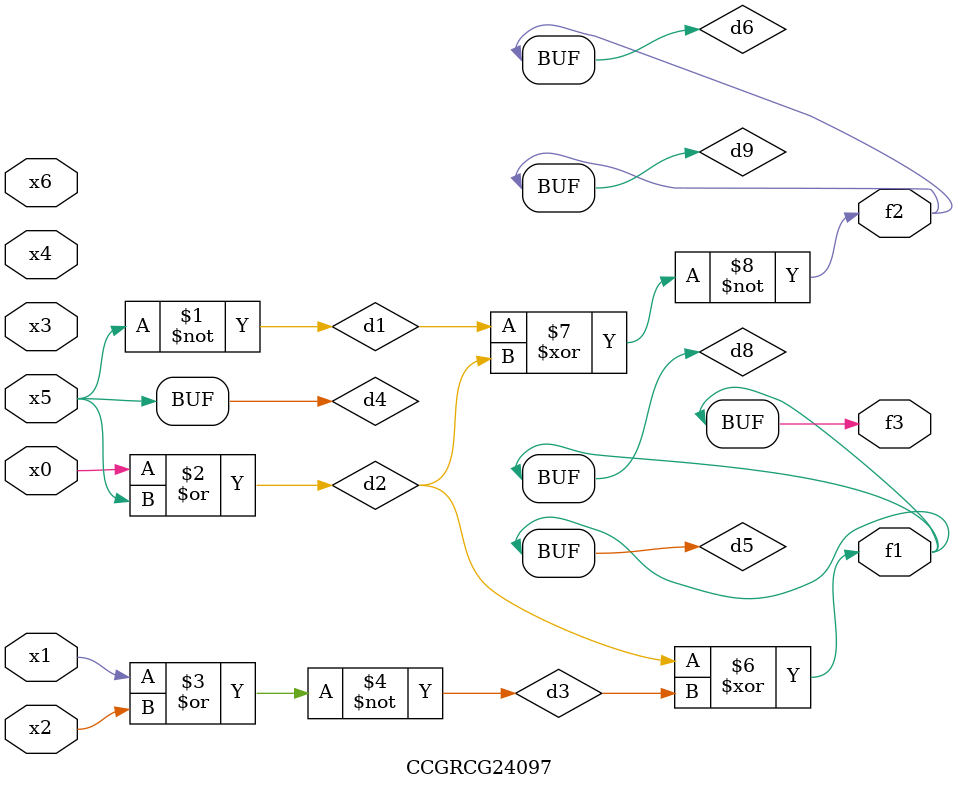
<source format=v>
module CCGRCG24097(
	input x0, x1, x2, x3, x4, x5, x6,
	output f1, f2, f3
);

	wire d1, d2, d3, d4, d5, d6, d7, d8, d9;

	nand (d1, x5);
	or (d2, x0, x5);
	nor (d3, x1, x2);
	xnor (d4, d1);
	xor (d5, d2, d3);
	xnor (d6, d1, d2);
	not (d7, x4);
	buf (d8, d5);
	xor (d9, d6);
	assign f1 = d8;
	assign f2 = d9;
	assign f3 = d8;
endmodule

</source>
